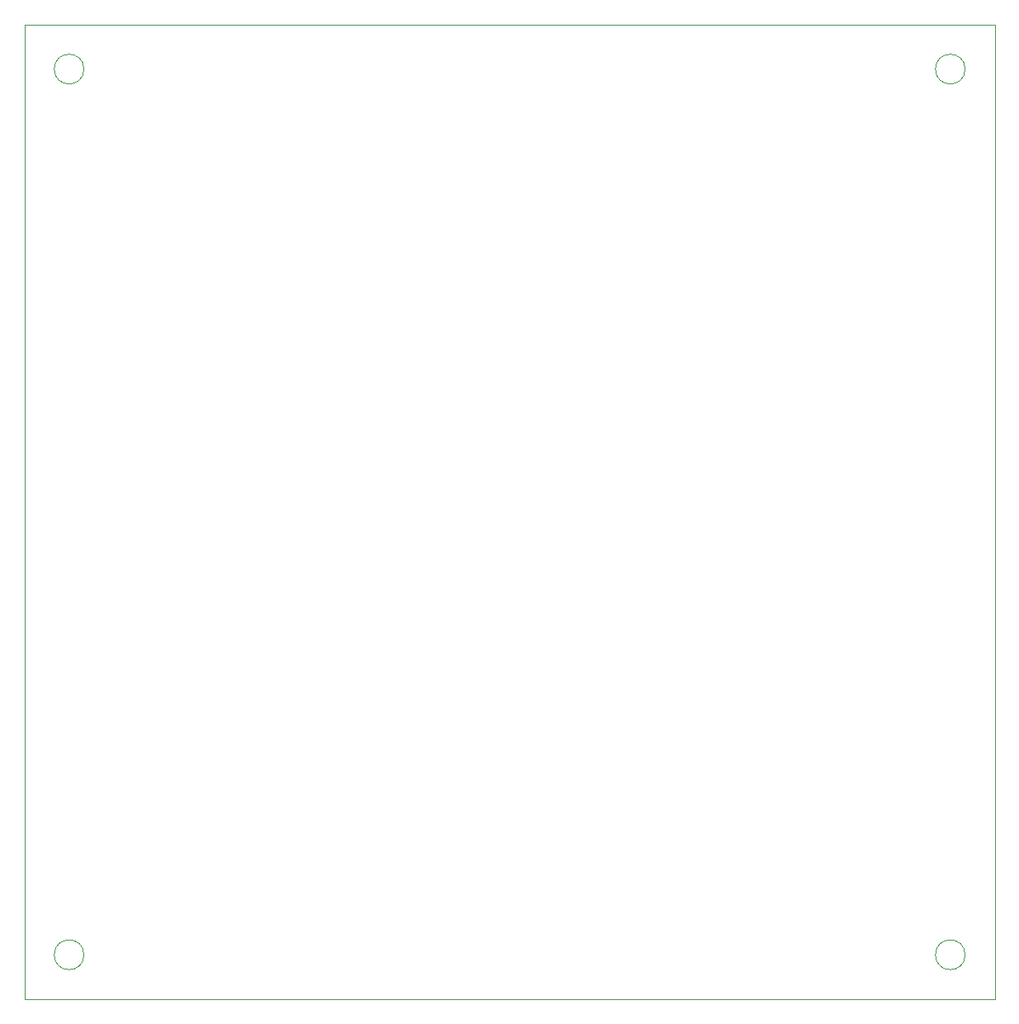
<source format=gm1>
G04 #@! TF.GenerationSoftware,KiCad,Pcbnew,6.0.5-a6ca702e91~116~ubuntu20.04.1*
G04 #@! TF.CreationDate,2022-05-24T15:20:49-04:00*
G04 #@! TF.ProjectId,magloop_pico,6d61676c-6f6f-4705-9f70-69636f2e6b69,1.0*
G04 #@! TF.SameCoordinates,Original*
G04 #@! TF.FileFunction,Profile,NP*
%FSLAX46Y46*%
G04 Gerber Fmt 4.6, Leading zero omitted, Abs format (unit mm)*
G04 Created by KiCad (PCBNEW 6.0.5-a6ca702e91~116~ubuntu20.04.1) date 2022-05-24 15:20:49*
%MOMM*%
%LPD*%
G01*
G04 APERTURE LIST*
G04 #@! TA.AperFunction,Profile*
%ADD10C,0.050000*%
G04 #@! TD*
G04 APERTURE END LIST*
D10*
X186182000Y-54102000D02*
G75*
G03*
X186182000Y-54102000I-1524000J0D01*
G01*
X95758000Y-144907000D02*
G75*
G03*
X95758000Y-144907000I-1524000J0D01*
G01*
X89662000Y-49530000D02*
X89662000Y-149479000D01*
X189230000Y-49530000D02*
X189230000Y-149479000D01*
X89662000Y-49530000D02*
X189230000Y-49530000D01*
X95758000Y-54102000D02*
G75*
G03*
X95758000Y-54102000I-1524000J0D01*
G01*
X186182000Y-144907000D02*
G75*
G03*
X186182000Y-144907000I-1524000J0D01*
G01*
X89662000Y-149479000D02*
X189230000Y-149479000D01*
M02*

</source>
